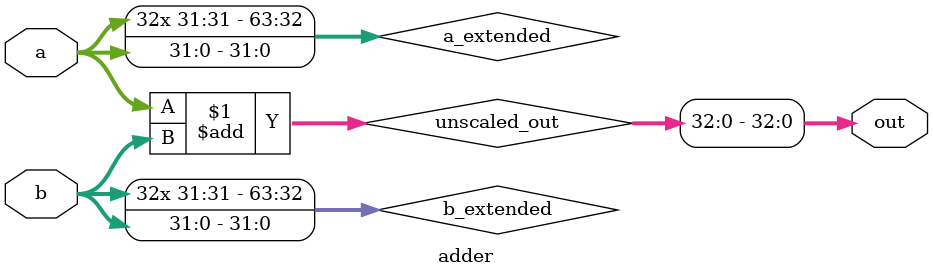
<source format=v>
module adder (
	a,
	b,
	out
);
	parameter signed [31:0] A_WIDTH = 32;
	parameter signed [31:0] B_WIDTH = 32;
	parameter signed [31:0] OUT_SCALE = 0;
	parameter signed [31:0] OUT_WIDTH = (A_WIDTH > B_WIDTH ? A_WIDTH : B_WIDTH) + 1;
	input wire signed [A_WIDTH - 1:0] a;
	input wire signed [B_WIDTH - 1:0] b;
	output wire signed [OUT_WIDTH - 1:0] out;
	localparam INTERMEDIATE_WIDTH = A_WIDTH + B_WIDTH;
	wire signed [INTERMEDIATE_WIDTH - 1:0] a_extended;
	assign a_extended = a;
	wire signed [INTERMEDIATE_WIDTH - 1:0] b_extended;
	assign b_extended = b;
	wire signed [INTERMEDIATE_WIDTH - 1:0] unscaled_out;
	assign unscaled_out = a + b;
	assign out = unscaled_out >>> OUT_SCALE;
endmodule

</source>
